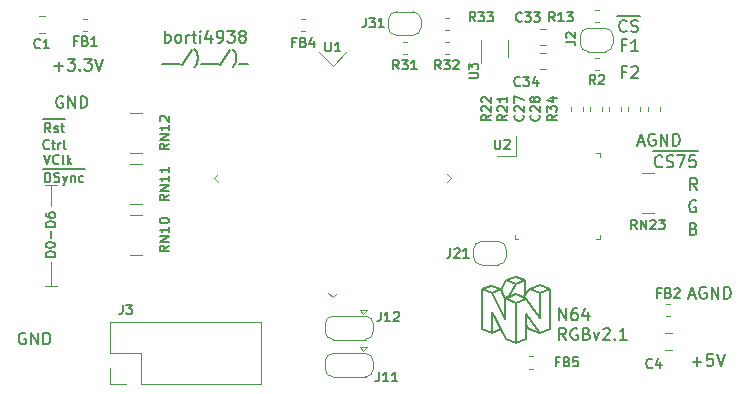
<source format=gbr>
G04 #@! TF.GenerationSoftware,KiCad,Pcbnew,(5.1.5)-3*
G04 #@! TF.CreationDate,2020-08-09T17:15:23+02:00*
G04 #@! TF.ProjectId,n64rgbv2.1,6e363472-6762-4763-922e-312e6b696361,rev?*
G04 #@! TF.SameCoordinates,Original*
G04 #@! TF.FileFunction,Legend,Top*
G04 #@! TF.FilePolarity,Positive*
%FSLAX46Y46*%
G04 Gerber Fmt 4.6, Leading zero omitted, Abs format (unit mm)*
G04 Created by KiCad (PCBNEW (5.1.5)-3) date 2020-08-09 17:15:23*
%MOMM*%
%LPD*%
G04 APERTURE LIST*
%ADD10C,0.150000*%
%ADD11C,0.200000*%
%ADD12C,0.120000*%
G04 APERTURE END LIST*
D10*
X159898395Y-114943380D02*
X159898395Y-113943380D01*
X160469823Y-114943380D01*
X160469823Y-113943380D01*
X161374585Y-113943380D02*
X161184109Y-113943380D01*
X161088871Y-113991000D01*
X161041252Y-114038619D01*
X160946014Y-114181476D01*
X160898395Y-114371952D01*
X160898395Y-114752904D01*
X160946014Y-114848142D01*
X160993633Y-114895761D01*
X161088871Y-114943380D01*
X161279347Y-114943380D01*
X161374585Y-114895761D01*
X161422204Y-114848142D01*
X161469823Y-114752904D01*
X161469823Y-114514809D01*
X161422204Y-114419571D01*
X161374585Y-114371952D01*
X161279347Y-114324333D01*
X161088871Y-114324333D01*
X160993633Y-114371952D01*
X160946014Y-114419571D01*
X160898395Y-114514809D01*
X162326966Y-114276714D02*
X162326966Y-114943380D01*
X162088871Y-113895761D02*
X161850776Y-114610047D01*
X162469823Y-114610047D01*
X160469823Y-116593380D02*
X160136490Y-116117190D01*
X159898395Y-116593380D02*
X159898395Y-115593380D01*
X160279347Y-115593380D01*
X160374585Y-115641000D01*
X160422204Y-115688619D01*
X160469823Y-115783857D01*
X160469823Y-115926714D01*
X160422204Y-116021952D01*
X160374585Y-116069571D01*
X160279347Y-116117190D01*
X159898395Y-116117190D01*
X161422204Y-115641000D02*
X161326966Y-115593380D01*
X161184109Y-115593380D01*
X161041252Y-115641000D01*
X160946014Y-115736238D01*
X160898395Y-115831476D01*
X160850776Y-116021952D01*
X160850776Y-116164809D01*
X160898395Y-116355285D01*
X160946014Y-116450523D01*
X161041252Y-116545761D01*
X161184109Y-116593380D01*
X161279347Y-116593380D01*
X161422204Y-116545761D01*
X161469823Y-116498142D01*
X161469823Y-116164809D01*
X161279347Y-116164809D01*
X162231728Y-116069571D02*
X162374585Y-116117190D01*
X162422204Y-116164809D01*
X162469823Y-116260047D01*
X162469823Y-116402904D01*
X162422204Y-116498142D01*
X162374585Y-116545761D01*
X162279347Y-116593380D01*
X161898395Y-116593380D01*
X161898395Y-115593380D01*
X162231728Y-115593380D01*
X162326966Y-115641000D01*
X162374585Y-115688619D01*
X162422204Y-115783857D01*
X162422204Y-115879095D01*
X162374585Y-115974333D01*
X162326966Y-116021952D01*
X162231728Y-116069571D01*
X161898395Y-116069571D01*
X162803157Y-115926714D02*
X163041252Y-116593380D01*
X163279347Y-115926714D01*
X163612680Y-115688619D02*
X163660300Y-115641000D01*
X163755538Y-115593380D01*
X163993633Y-115593380D01*
X164088871Y-115641000D01*
X164136490Y-115688619D01*
X164184109Y-115783857D01*
X164184109Y-115879095D01*
X164136490Y-116021952D01*
X163565061Y-116593380D01*
X164184109Y-116593380D01*
X164612680Y-116498142D02*
X164660300Y-116545761D01*
X164612680Y-116593380D01*
X164565061Y-116545761D01*
X164612680Y-116498142D01*
X164612680Y-116593380D01*
X165612680Y-116593380D02*
X165041252Y-116593380D01*
X165326966Y-116593380D02*
X165326966Y-115593380D01*
X165231728Y-115736238D01*
X165136490Y-115831476D01*
X165041252Y-115879095D01*
D11*
X156241100Y-113459070D02*
X155346400Y-113094490D01*
X156241100Y-116845460D02*
X155403920Y-116501167D01*
X153371250Y-112284210D02*
X154215280Y-112628500D01*
X153371250Y-115667130D02*
X153371250Y-112284210D01*
X157081800Y-115309220D02*
X157358780Y-115677270D01*
X158253470Y-112635170D02*
X159107640Y-112284210D01*
X154215280Y-112628500D02*
X155346400Y-114826420D01*
X154178220Y-115997967D02*
X153371250Y-115667130D01*
X154178220Y-114272710D02*
X154178220Y-115997967D01*
X156241100Y-113459070D02*
X156241100Y-116845460D01*
X155346400Y-113094490D02*
X156241100Y-113459070D01*
X156241100Y-113459070D02*
X156241100Y-113459070D01*
X156241100Y-116845460D02*
X156241100Y-113459070D01*
X157081800Y-116497695D02*
X156241100Y-116845460D01*
X158253470Y-114718400D02*
X158253470Y-112635170D01*
X158297360Y-116001439D02*
X158297360Y-116001439D01*
X155346400Y-113094490D02*
X155346400Y-113094490D01*
X156241100Y-113459070D02*
X157112250Y-113101150D01*
X157112250Y-113101150D02*
X156241100Y-113459070D01*
X159107640Y-115667130D02*
X158297360Y-116001439D01*
X157112250Y-113101150D02*
X158253470Y-114718400D01*
X159107640Y-112284210D02*
X159107640Y-115667130D01*
X154951390Y-115680580D02*
X154951390Y-115680580D01*
X158297360Y-116001439D02*
X157081800Y-114431390D01*
X154178220Y-115997967D02*
X154951390Y-115680580D01*
X154951390Y-115680580D02*
X154178220Y-114272710D01*
X154178220Y-114272710D02*
X154178220Y-115997967D01*
X157081800Y-114431390D02*
X157081800Y-115309220D01*
X155346400Y-114826420D02*
X155346400Y-113094490D01*
X155403920Y-116501167D02*
X154178220Y-114272710D01*
X157081800Y-114431390D02*
X157081800Y-116497695D01*
X157358780Y-115677270D02*
X158297360Y-116001439D01*
X158297360Y-116001439D02*
X157081800Y-114431390D01*
X156831920Y-112986310D02*
X156990720Y-112820880D01*
X157463320Y-112334770D02*
X157463320Y-112334770D01*
X159107640Y-112284210D02*
X158253470Y-112635170D01*
X158297360Y-111990320D02*
X159107640Y-112284210D01*
X157463320Y-112334770D02*
X158297360Y-111990320D01*
X156230960Y-112739880D02*
X156831920Y-112986310D01*
X155552350Y-113013380D02*
X156230960Y-112739880D01*
X158253470Y-112635170D02*
X157463320Y-112334770D01*
X156990720Y-112820880D02*
X156990720Y-111548100D01*
X154147780Y-112030900D02*
X154951390Y-112331400D01*
X156831920Y-112986310D02*
X156831920Y-112986310D01*
X158253470Y-114718400D02*
X158253470Y-112635170D01*
X156990720Y-111548100D02*
X156230960Y-111848500D01*
X156230960Y-111848500D02*
X156230960Y-111848500D01*
X156200570Y-111277970D02*
X156990720Y-111548100D01*
X155420680Y-111551400D02*
X156200570Y-111277970D01*
X156990720Y-111548100D02*
X156230960Y-111848500D01*
X156230960Y-112739880D02*
X157112250Y-113101150D01*
X155346400Y-113094490D02*
X156230960Y-112739880D01*
X154215280Y-112628500D02*
X154215280Y-112628500D01*
X154951390Y-112331400D02*
X154215280Y-112628500D01*
X154215280Y-112628500D02*
X153371250Y-112284210D01*
X153371250Y-112284210D02*
X154147780Y-112030900D01*
X156230960Y-111848500D02*
X155420680Y-111551400D01*
X158253470Y-112635170D02*
X157463320Y-112334770D01*
X156230960Y-111848500D02*
X155552350Y-113013380D01*
X156831920Y-112986310D02*
X156831920Y-112986310D01*
X157463320Y-112334770D02*
X156831920Y-112986310D01*
X155346400Y-113131600D02*
X155346400Y-113131600D01*
X156230960Y-111848500D02*
X155552350Y-113013380D01*
X155420680Y-111551400D02*
X156230960Y-111848500D01*
X157112250Y-113101150D02*
X158253470Y-114718400D01*
X155552350Y-113013380D02*
X155346400Y-113094490D01*
X156831920Y-112986310D02*
X157112250Y-113101150D01*
X155346400Y-113094490D02*
X155346400Y-113131600D01*
X154971680Y-112371820D02*
X155420680Y-111551400D01*
X155346400Y-113131600D02*
X154971680Y-112371820D01*
X154951390Y-112331400D02*
X155346400Y-113131600D01*
X158253470Y-112635170D02*
X158253470Y-114718400D01*
X155346400Y-114826420D02*
X154215280Y-112628500D01*
X158253470Y-114718400D02*
X158253470Y-112635170D01*
X154215280Y-112628500D02*
X154951390Y-112331400D01*
X155346400Y-113094490D02*
X155346400Y-113094490D01*
X155346400Y-114826420D02*
X155346400Y-114826420D01*
X158253470Y-112635170D02*
X158253470Y-112635170D01*
X157112250Y-113101150D02*
X158253470Y-114718400D01*
X158253470Y-114718400D02*
X157112250Y-113101150D01*
X155346400Y-113131600D02*
X155346400Y-114826420D01*
D10*
X164784209Y-89153400D02*
X165784209Y-89153400D01*
X165593733Y-90425542D02*
X165546114Y-90473161D01*
X165403257Y-90520780D01*
X165308019Y-90520780D01*
X165165161Y-90473161D01*
X165069923Y-90377923D01*
X165022304Y-90282685D01*
X164974685Y-90092209D01*
X164974685Y-89949352D01*
X165022304Y-89758876D01*
X165069923Y-89663638D01*
X165165161Y-89568400D01*
X165308019Y-89520780D01*
X165403257Y-89520780D01*
X165546114Y-89568400D01*
X165593733Y-89616019D01*
X165784209Y-89153400D02*
X166736590Y-89153400D01*
X165974685Y-90473161D02*
X166117542Y-90520780D01*
X166355638Y-90520780D01*
X166450876Y-90473161D01*
X166498495Y-90425542D01*
X166546114Y-90330304D01*
X166546114Y-90235066D01*
X166498495Y-90139828D01*
X166450876Y-90092209D01*
X166355638Y-90044590D01*
X166165161Y-89996971D01*
X166069923Y-89949352D01*
X166022304Y-89901733D01*
X165974685Y-89806495D01*
X165974685Y-89711257D01*
X166022304Y-89616019D01*
X166069923Y-89568400D01*
X166165161Y-89520780D01*
X166403257Y-89520780D01*
X166546114Y-89568400D01*
X165528666Y-93908571D02*
X165195333Y-93908571D01*
X165195333Y-94432380D02*
X165195333Y-93432380D01*
X165671523Y-93432380D01*
X166004857Y-93527619D02*
X166052476Y-93480000D01*
X166147714Y-93432380D01*
X166385809Y-93432380D01*
X166481047Y-93480000D01*
X166528666Y-93527619D01*
X166576285Y-93622857D01*
X166576285Y-93718095D01*
X166528666Y-93860952D01*
X165957238Y-94432380D01*
X166576285Y-94432380D01*
X165528666Y-91622571D02*
X165195333Y-91622571D01*
X165195333Y-92146380D02*
X165195333Y-91146380D01*
X165671523Y-91146380D01*
X166576285Y-92146380D02*
X166004857Y-92146380D01*
X166290571Y-92146380D02*
X166290571Y-91146380D01*
X166195333Y-91289238D01*
X166100095Y-91384476D01*
X166004857Y-91432095D01*
X166576595Y-99861666D02*
X167052785Y-99861666D01*
X166481357Y-100147380D02*
X166814690Y-99147380D01*
X167148023Y-100147380D01*
X168005166Y-99195000D02*
X167909928Y-99147380D01*
X167767071Y-99147380D01*
X167624214Y-99195000D01*
X167528976Y-99290238D01*
X167481357Y-99385476D01*
X167433738Y-99575952D01*
X167433738Y-99718809D01*
X167481357Y-99909285D01*
X167528976Y-100004523D01*
X167624214Y-100099761D01*
X167767071Y-100147380D01*
X167862309Y-100147380D01*
X168005166Y-100099761D01*
X168052785Y-100052142D01*
X168052785Y-99718809D01*
X167862309Y-99718809D01*
X168481357Y-100147380D02*
X168481357Y-99147380D01*
X169052785Y-100147380D01*
X169052785Y-99147380D01*
X169528976Y-100147380D02*
X169528976Y-99147380D01*
X169767071Y-99147380D01*
X169909928Y-99195000D01*
X170005166Y-99290238D01*
X170052785Y-99385476D01*
X170100404Y-99575952D01*
X170100404Y-99718809D01*
X170052785Y-99909285D01*
X170005166Y-100004523D01*
X169909928Y-100099761D01*
X169767071Y-100147380D01*
X169528976Y-100147380D01*
X167806928Y-100621500D02*
X168806928Y-100621500D01*
X168616452Y-101893642D02*
X168568833Y-101941261D01*
X168425976Y-101988880D01*
X168330738Y-101988880D01*
X168187880Y-101941261D01*
X168092642Y-101846023D01*
X168045023Y-101750785D01*
X167997404Y-101560309D01*
X167997404Y-101417452D01*
X168045023Y-101226976D01*
X168092642Y-101131738D01*
X168187880Y-101036500D01*
X168330738Y-100988880D01*
X168425976Y-100988880D01*
X168568833Y-101036500D01*
X168616452Y-101084119D01*
X168806928Y-100621500D02*
X169759309Y-100621500D01*
X168997404Y-101941261D02*
X169140261Y-101988880D01*
X169378357Y-101988880D01*
X169473595Y-101941261D01*
X169521214Y-101893642D01*
X169568833Y-101798404D01*
X169568833Y-101703166D01*
X169521214Y-101607928D01*
X169473595Y-101560309D01*
X169378357Y-101512690D01*
X169187880Y-101465071D01*
X169092642Y-101417452D01*
X169045023Y-101369833D01*
X168997404Y-101274595D01*
X168997404Y-101179357D01*
X169045023Y-101084119D01*
X169092642Y-101036500D01*
X169187880Y-100988880D01*
X169425976Y-100988880D01*
X169568833Y-101036500D01*
X169759309Y-100621500D02*
X170711690Y-100621500D01*
X169902166Y-100988880D02*
X170568833Y-100988880D01*
X170140261Y-101988880D01*
X170711690Y-100621500D02*
X171664071Y-100621500D01*
X171425976Y-100988880D02*
X170949785Y-100988880D01*
X170902166Y-101465071D01*
X170949785Y-101417452D01*
X171045023Y-101369833D01*
X171283119Y-101369833D01*
X171378357Y-101417452D01*
X171425976Y-101465071D01*
X171473595Y-101560309D01*
X171473595Y-101798404D01*
X171425976Y-101893642D01*
X171378357Y-101941261D01*
X171283119Y-101988880D01*
X171045023Y-101988880D01*
X170949785Y-101941261D01*
X170902166Y-101893642D01*
X171569023Y-103893880D02*
X171235690Y-103417690D01*
X170997595Y-103893880D02*
X170997595Y-102893880D01*
X171378547Y-102893880D01*
X171473785Y-102941500D01*
X171521404Y-102989119D01*
X171569023Y-103084357D01*
X171569023Y-103227214D01*
X171521404Y-103322452D01*
X171473785Y-103370071D01*
X171378547Y-103417690D01*
X170997595Y-103417690D01*
X171457904Y-104846500D02*
X171362666Y-104798880D01*
X171219809Y-104798880D01*
X171076952Y-104846500D01*
X170981714Y-104941738D01*
X170934095Y-105036976D01*
X170886476Y-105227452D01*
X170886476Y-105370309D01*
X170934095Y-105560785D01*
X170981714Y-105656023D01*
X171076952Y-105751261D01*
X171219809Y-105798880D01*
X171315047Y-105798880D01*
X171457904Y-105751261D01*
X171505523Y-105703642D01*
X171505523Y-105370309D01*
X171315047Y-105370309D01*
X171267428Y-107180071D02*
X171410285Y-107227690D01*
X171457904Y-107275309D01*
X171505523Y-107370547D01*
X171505523Y-107513404D01*
X171457904Y-107608642D01*
X171410285Y-107656261D01*
X171315047Y-107703880D01*
X170934095Y-107703880D01*
X170934095Y-106703880D01*
X171267428Y-106703880D01*
X171362666Y-106751500D01*
X171410285Y-106799119D01*
X171457904Y-106894357D01*
X171457904Y-106989595D01*
X171410285Y-107084833D01*
X171362666Y-107132452D01*
X171267428Y-107180071D01*
X170934095Y-107180071D01*
X171180285Y-118435428D02*
X171942190Y-118435428D01*
X171561238Y-118816380D02*
X171561238Y-118054476D01*
X172894571Y-117816380D02*
X172418380Y-117816380D01*
X172370761Y-118292571D01*
X172418380Y-118244952D01*
X172513619Y-118197333D01*
X172751714Y-118197333D01*
X172846952Y-118244952D01*
X172894571Y-118292571D01*
X172942190Y-118387809D01*
X172942190Y-118625904D01*
X172894571Y-118721142D01*
X172846952Y-118768761D01*
X172751714Y-118816380D01*
X172513619Y-118816380D01*
X172418380Y-118768761D01*
X172370761Y-118721142D01*
X173227904Y-117816380D02*
X173561238Y-118816380D01*
X173894571Y-117816380D01*
X170894595Y-112815666D02*
X171370785Y-112815666D01*
X170799357Y-113101380D02*
X171132690Y-112101380D01*
X171466023Y-113101380D01*
X172323166Y-112149000D02*
X172227928Y-112101380D01*
X172085071Y-112101380D01*
X171942214Y-112149000D01*
X171846976Y-112244238D01*
X171799357Y-112339476D01*
X171751738Y-112529952D01*
X171751738Y-112672809D01*
X171799357Y-112863285D01*
X171846976Y-112958523D01*
X171942214Y-113053761D01*
X172085071Y-113101380D01*
X172180309Y-113101380D01*
X172323166Y-113053761D01*
X172370785Y-113006142D01*
X172370785Y-112672809D01*
X172180309Y-112672809D01*
X172799357Y-113101380D02*
X172799357Y-112101380D01*
X173370785Y-113101380D01*
X173370785Y-112101380D01*
X173846976Y-113101380D02*
X173846976Y-112101380D01*
X174085071Y-112101380D01*
X174227928Y-112149000D01*
X174323166Y-112244238D01*
X174370785Y-112339476D01*
X174418404Y-112529952D01*
X174418404Y-112672809D01*
X174370785Y-112863285D01*
X174323166Y-112958523D01*
X174227928Y-113053761D01*
X174085071Y-113101380D01*
X173846976Y-113101380D01*
D11*
X126516238Y-91423380D02*
X126516238Y-90423380D01*
X126516238Y-90804333D02*
X126611476Y-90756714D01*
X126801952Y-90756714D01*
X126897190Y-90804333D01*
X126944809Y-90851952D01*
X126992428Y-90947190D01*
X126992428Y-91232904D01*
X126944809Y-91328142D01*
X126897190Y-91375761D01*
X126801952Y-91423380D01*
X126611476Y-91423380D01*
X126516238Y-91375761D01*
X127563857Y-91423380D02*
X127468619Y-91375761D01*
X127421000Y-91328142D01*
X127373380Y-91232904D01*
X127373380Y-90947190D01*
X127421000Y-90851952D01*
X127468619Y-90804333D01*
X127563857Y-90756714D01*
X127706714Y-90756714D01*
X127801952Y-90804333D01*
X127849571Y-90851952D01*
X127897190Y-90947190D01*
X127897190Y-91232904D01*
X127849571Y-91328142D01*
X127801952Y-91375761D01*
X127706714Y-91423380D01*
X127563857Y-91423380D01*
X128325761Y-91423380D02*
X128325761Y-90756714D01*
X128325761Y-90947190D02*
X128373380Y-90851952D01*
X128421000Y-90804333D01*
X128516238Y-90756714D01*
X128611476Y-90756714D01*
X128801952Y-90756714D02*
X129182904Y-90756714D01*
X128944809Y-90423380D02*
X128944809Y-91280523D01*
X128992428Y-91375761D01*
X129087666Y-91423380D01*
X129182904Y-91423380D01*
X129516238Y-91423380D02*
X129516238Y-90756714D01*
X129516238Y-90423380D02*
X129468619Y-90471000D01*
X129516238Y-90518619D01*
X129563857Y-90471000D01*
X129516238Y-90423380D01*
X129516238Y-90518619D01*
X130421000Y-90756714D02*
X130421000Y-91423380D01*
X130182904Y-90375761D02*
X129944809Y-91090047D01*
X130563857Y-91090047D01*
X130992428Y-91423380D02*
X131182904Y-91423380D01*
X131278142Y-91375761D01*
X131325761Y-91328142D01*
X131421000Y-91185285D01*
X131468619Y-90994809D01*
X131468619Y-90613857D01*
X131421000Y-90518619D01*
X131373380Y-90471000D01*
X131278142Y-90423380D01*
X131087666Y-90423380D01*
X130992428Y-90471000D01*
X130944809Y-90518619D01*
X130897190Y-90613857D01*
X130897190Y-90851952D01*
X130944809Y-90947190D01*
X130992428Y-90994809D01*
X131087666Y-91042428D01*
X131278142Y-91042428D01*
X131373380Y-90994809D01*
X131421000Y-90947190D01*
X131468619Y-90851952D01*
X131801952Y-90423380D02*
X132421000Y-90423380D01*
X132087666Y-90804333D01*
X132230523Y-90804333D01*
X132325761Y-90851952D01*
X132373380Y-90899571D01*
X132421000Y-90994809D01*
X132421000Y-91232904D01*
X132373380Y-91328142D01*
X132325761Y-91375761D01*
X132230523Y-91423380D01*
X131944809Y-91423380D01*
X131849571Y-91375761D01*
X131801952Y-91328142D01*
X132992428Y-90851952D02*
X132897190Y-90804333D01*
X132849571Y-90756714D01*
X132801952Y-90661476D01*
X132801952Y-90613857D01*
X132849571Y-90518619D01*
X132897190Y-90471000D01*
X132992428Y-90423380D01*
X133182904Y-90423380D01*
X133278142Y-90471000D01*
X133325761Y-90518619D01*
X133373380Y-90613857D01*
X133373380Y-90661476D01*
X133325761Y-90756714D01*
X133278142Y-90804333D01*
X133182904Y-90851952D01*
X132992428Y-90851952D01*
X132897190Y-90899571D01*
X132849571Y-90947190D01*
X132801952Y-91042428D01*
X132801952Y-91232904D01*
X132849571Y-91328142D01*
X132897190Y-91375761D01*
X132992428Y-91423380D01*
X133182904Y-91423380D01*
X133278142Y-91375761D01*
X133325761Y-91328142D01*
X133373380Y-91232904D01*
X133373380Y-91042428D01*
X133325761Y-90947190D01*
X133278142Y-90899571D01*
X133182904Y-90851952D01*
X126301952Y-93218619D02*
X127063857Y-93218619D01*
X127063857Y-93218619D02*
X127825761Y-93218619D01*
X128778142Y-92075761D02*
X127921000Y-93361476D01*
X129016238Y-93504333D02*
X129063857Y-93456714D01*
X129159095Y-93313857D01*
X129206714Y-93218619D01*
X129254333Y-93075761D01*
X129301952Y-92837666D01*
X129301952Y-92647190D01*
X129254333Y-92409095D01*
X129206714Y-92266238D01*
X129159095Y-92171000D01*
X129063857Y-92028142D01*
X129016238Y-91980523D01*
X129540047Y-93218619D02*
X130301952Y-93218619D01*
X130301952Y-93218619D02*
X131063857Y-93218619D01*
X132016238Y-92075761D02*
X131159095Y-93361476D01*
X132254333Y-93504333D02*
X132301952Y-93456714D01*
X132397190Y-93313857D01*
X132444809Y-93218619D01*
X132492428Y-93075761D01*
X132540047Y-92837666D01*
X132540047Y-92647190D01*
X132492428Y-92409095D01*
X132444809Y-92266238D01*
X132397190Y-92171000D01*
X132301952Y-92028142D01*
X132254333Y-91980523D01*
X132778142Y-93218619D02*
X133540047Y-93218619D01*
D10*
X114706495Y-116035200D02*
X114611257Y-115987580D01*
X114468400Y-115987580D01*
X114325542Y-116035200D01*
X114230304Y-116130438D01*
X114182685Y-116225676D01*
X114135066Y-116416152D01*
X114135066Y-116559009D01*
X114182685Y-116749485D01*
X114230304Y-116844723D01*
X114325542Y-116939961D01*
X114468400Y-116987580D01*
X114563638Y-116987580D01*
X114706495Y-116939961D01*
X114754114Y-116892342D01*
X114754114Y-116559009D01*
X114563638Y-116559009D01*
X115182685Y-116987580D02*
X115182685Y-115987580D01*
X115754114Y-116987580D01*
X115754114Y-115987580D01*
X116230304Y-116987580D02*
X116230304Y-115987580D01*
X116468400Y-115987580D01*
X116611257Y-116035200D01*
X116706495Y-116130438D01*
X116754114Y-116225676D01*
X116801733Y-116416152D01*
X116801733Y-116559009D01*
X116754114Y-116749485D01*
X116706495Y-116844723D01*
X116611257Y-116939961D01*
X116468400Y-116987580D01*
X116230304Y-116987580D01*
D12*
X116332000Y-112014000D02*
X117348000Y-112014000D01*
X116840000Y-112014000D02*
X116332000Y-112014000D01*
X116840000Y-109982000D02*
X116840000Y-112014000D01*
X116840000Y-103505000D02*
X116840000Y-105283000D01*
X117348000Y-103505000D02*
X116840000Y-103505000D01*
X116332000Y-103505000D02*
X117348000Y-103505000D01*
D10*
X117201904Y-109562666D02*
X116401904Y-109562666D01*
X116401904Y-109372190D01*
X116440000Y-109257904D01*
X116516190Y-109181714D01*
X116592380Y-109143619D01*
X116744761Y-109105523D01*
X116859047Y-109105523D01*
X117011428Y-109143619D01*
X117087619Y-109181714D01*
X117163809Y-109257904D01*
X117201904Y-109372190D01*
X117201904Y-109562666D01*
X116401904Y-108610285D02*
X116401904Y-108534095D01*
X116440000Y-108457904D01*
X116478095Y-108419809D01*
X116554285Y-108381714D01*
X116706666Y-108343619D01*
X116897142Y-108343619D01*
X117049523Y-108381714D01*
X117125714Y-108419809D01*
X117163809Y-108457904D01*
X117201904Y-108534095D01*
X117201904Y-108610285D01*
X117163809Y-108686476D01*
X117125714Y-108724571D01*
X117049523Y-108762666D01*
X116897142Y-108800761D01*
X116706666Y-108800761D01*
X116554285Y-108762666D01*
X116478095Y-108724571D01*
X116440000Y-108686476D01*
X116401904Y-108610285D01*
X116897142Y-108000761D02*
X116897142Y-107391238D01*
X117201904Y-107010285D02*
X116401904Y-107010285D01*
X116401904Y-106819809D01*
X116440000Y-106705523D01*
X116516190Y-106629333D01*
X116592380Y-106591238D01*
X116744761Y-106553142D01*
X116859047Y-106553142D01*
X117011428Y-106591238D01*
X117087619Y-106629333D01*
X117163809Y-106705523D01*
X117201904Y-106819809D01*
X117201904Y-107010285D01*
X116401904Y-105867428D02*
X116401904Y-106019809D01*
X116440000Y-106096000D01*
X116478095Y-106134095D01*
X116592380Y-106210285D01*
X116744761Y-106248380D01*
X117049523Y-106248380D01*
X117125714Y-106210285D01*
X117163809Y-106172190D01*
X117201904Y-106096000D01*
X117201904Y-105943619D01*
X117163809Y-105867428D01*
X117125714Y-105829333D01*
X117049523Y-105791238D01*
X116859047Y-105791238D01*
X116782857Y-105829333D01*
X116744761Y-105867428D01*
X116706666Y-105943619D01*
X116706666Y-106096000D01*
X116744761Y-106172190D01*
X116782857Y-106210285D01*
X116859047Y-106248380D01*
X116175500Y-102099000D02*
X116975500Y-102099000D01*
X116365976Y-103231904D02*
X116365976Y-102431904D01*
X116556452Y-102431904D01*
X116670738Y-102470000D01*
X116746928Y-102546190D01*
X116785023Y-102622380D01*
X116823119Y-102774761D01*
X116823119Y-102889047D01*
X116785023Y-103041428D01*
X116746928Y-103117619D01*
X116670738Y-103193809D01*
X116556452Y-103231904D01*
X116365976Y-103231904D01*
X116975500Y-102099000D02*
X117737404Y-102099000D01*
X117127880Y-103193809D02*
X117242166Y-103231904D01*
X117432642Y-103231904D01*
X117508833Y-103193809D01*
X117546928Y-103155714D01*
X117585023Y-103079523D01*
X117585023Y-103003333D01*
X117546928Y-102927142D01*
X117508833Y-102889047D01*
X117432642Y-102850952D01*
X117280261Y-102812857D01*
X117204071Y-102774761D01*
X117165976Y-102736666D01*
X117127880Y-102660476D01*
X117127880Y-102584285D01*
X117165976Y-102508095D01*
X117204071Y-102470000D01*
X117280261Y-102431904D01*
X117470738Y-102431904D01*
X117585023Y-102470000D01*
X117737404Y-102099000D02*
X118346928Y-102099000D01*
X117851690Y-102698571D02*
X118042166Y-103231904D01*
X118232642Y-102698571D02*
X118042166Y-103231904D01*
X117965976Y-103422380D01*
X117927880Y-103460476D01*
X117851690Y-103498571D01*
X118346928Y-102099000D02*
X119070738Y-102099000D01*
X118537404Y-102698571D02*
X118537404Y-103231904D01*
X118537404Y-102774761D02*
X118575500Y-102736666D01*
X118651690Y-102698571D01*
X118765976Y-102698571D01*
X118842166Y-102736666D01*
X118880261Y-102812857D01*
X118880261Y-103231904D01*
X119070738Y-102099000D02*
X119756452Y-102099000D01*
X119604071Y-103193809D02*
X119527880Y-103231904D01*
X119375500Y-103231904D01*
X119299309Y-103193809D01*
X119261214Y-103155714D01*
X119223119Y-103079523D01*
X119223119Y-102850952D01*
X119261214Y-102774761D01*
X119299309Y-102736666D01*
X119375500Y-102698571D01*
X119527880Y-102698571D01*
X119604071Y-102736666D01*
X116251690Y-100907904D02*
X116518357Y-101707904D01*
X116785023Y-100907904D01*
X117508833Y-101631714D02*
X117470738Y-101669809D01*
X117356452Y-101707904D01*
X117280261Y-101707904D01*
X117165976Y-101669809D01*
X117089785Y-101593619D01*
X117051690Y-101517428D01*
X117013595Y-101365047D01*
X117013595Y-101250761D01*
X117051690Y-101098380D01*
X117089785Y-101022190D01*
X117165976Y-100946000D01*
X117280261Y-100907904D01*
X117356452Y-100907904D01*
X117470738Y-100946000D01*
X117508833Y-100984095D01*
X117965976Y-101707904D02*
X117889785Y-101669809D01*
X117851690Y-101593619D01*
X117851690Y-100907904D01*
X118270738Y-101707904D02*
X118270738Y-100907904D01*
X118346928Y-101403142D02*
X118575500Y-101707904D01*
X118575500Y-101174571D02*
X118270738Y-101479333D01*
X116696119Y-100361714D02*
X116658023Y-100399809D01*
X116543738Y-100437904D01*
X116467547Y-100437904D01*
X116353261Y-100399809D01*
X116277071Y-100323619D01*
X116238976Y-100247428D01*
X116200880Y-100095047D01*
X116200880Y-99980761D01*
X116238976Y-99828380D01*
X116277071Y-99752190D01*
X116353261Y-99676000D01*
X116467547Y-99637904D01*
X116543738Y-99637904D01*
X116658023Y-99676000D01*
X116696119Y-99714095D01*
X116924690Y-99904571D02*
X117229452Y-99904571D01*
X117038976Y-99637904D02*
X117038976Y-100323619D01*
X117077071Y-100399809D01*
X117153261Y-100437904D01*
X117229452Y-100437904D01*
X117496119Y-100437904D02*
X117496119Y-99904571D01*
X117496119Y-100056952D02*
X117534214Y-99980761D01*
X117572309Y-99942666D01*
X117648500Y-99904571D01*
X117724690Y-99904571D01*
X118105642Y-100437904D02*
X118029452Y-100399809D01*
X117991357Y-100323619D01*
X117991357Y-99637904D01*
X116175500Y-97908000D02*
X116975500Y-97908000D01*
X116823119Y-99040904D02*
X116556452Y-98659952D01*
X116365976Y-99040904D02*
X116365976Y-98240904D01*
X116670738Y-98240904D01*
X116746928Y-98279000D01*
X116785023Y-98317095D01*
X116823119Y-98393285D01*
X116823119Y-98507571D01*
X116785023Y-98583761D01*
X116746928Y-98621857D01*
X116670738Y-98659952D01*
X116365976Y-98659952D01*
X116975500Y-97908000D02*
X117623119Y-97908000D01*
X117127880Y-99002809D02*
X117204071Y-99040904D01*
X117356452Y-99040904D01*
X117432642Y-99002809D01*
X117470738Y-98926619D01*
X117470738Y-98888523D01*
X117432642Y-98812333D01*
X117356452Y-98774238D01*
X117242166Y-98774238D01*
X117165976Y-98736142D01*
X117127880Y-98659952D01*
X117127880Y-98621857D01*
X117165976Y-98545666D01*
X117242166Y-98507571D01*
X117356452Y-98507571D01*
X117432642Y-98545666D01*
X117623119Y-97908000D02*
X118080261Y-97908000D01*
X117699309Y-98507571D02*
X118004071Y-98507571D01*
X117813595Y-98240904D02*
X117813595Y-98926619D01*
X117851690Y-99002809D01*
X117927880Y-99040904D01*
X118004071Y-99040904D01*
X117856095Y-96020000D02*
X117760857Y-95972380D01*
X117618000Y-95972380D01*
X117475142Y-96020000D01*
X117379904Y-96115238D01*
X117332285Y-96210476D01*
X117284666Y-96400952D01*
X117284666Y-96543809D01*
X117332285Y-96734285D01*
X117379904Y-96829523D01*
X117475142Y-96924761D01*
X117618000Y-96972380D01*
X117713238Y-96972380D01*
X117856095Y-96924761D01*
X117903714Y-96877142D01*
X117903714Y-96543809D01*
X117713238Y-96543809D01*
X118332285Y-96972380D02*
X118332285Y-95972380D01*
X118903714Y-96972380D01*
X118903714Y-95972380D01*
X119379904Y-96972380D02*
X119379904Y-95972380D01*
X119618000Y-95972380D01*
X119760857Y-96020000D01*
X119856095Y-96115238D01*
X119903714Y-96210476D01*
X119951333Y-96400952D01*
X119951333Y-96543809D01*
X119903714Y-96734285D01*
X119856095Y-96829523D01*
X119760857Y-96924761D01*
X119618000Y-96972380D01*
X119379904Y-96972380D01*
X117126000Y-93416428D02*
X117887904Y-93416428D01*
X117506952Y-93797380D02*
X117506952Y-93035476D01*
X118268857Y-92797380D02*
X118887904Y-92797380D01*
X118554571Y-93178333D01*
X118697428Y-93178333D01*
X118792666Y-93225952D01*
X118840285Y-93273571D01*
X118887904Y-93368809D01*
X118887904Y-93606904D01*
X118840285Y-93702142D01*
X118792666Y-93749761D01*
X118697428Y-93797380D01*
X118411714Y-93797380D01*
X118316476Y-93749761D01*
X118268857Y-93702142D01*
X119316476Y-93702142D02*
X119364095Y-93749761D01*
X119316476Y-93797380D01*
X119268857Y-93749761D01*
X119316476Y-93702142D01*
X119316476Y-93797380D01*
X119697428Y-92797380D02*
X120316476Y-92797380D01*
X119983142Y-93178333D01*
X120126000Y-93178333D01*
X120221238Y-93225952D01*
X120268857Y-93273571D01*
X120316476Y-93368809D01*
X120316476Y-93606904D01*
X120268857Y-93702142D01*
X120221238Y-93749761D01*
X120126000Y-93797380D01*
X119840285Y-93797380D01*
X119745047Y-93749761D01*
X119697428Y-93702142D01*
X120602190Y-92797380D02*
X120935523Y-93797380D01*
X121268857Y-92797380D01*
D12*
X160907000Y-96856733D02*
X160907000Y-97199267D01*
X161927000Y-96856733D02*
X161927000Y-97199267D01*
X168404000Y-97199267D02*
X168404000Y-96856733D01*
X167384000Y-97199267D02*
X167384000Y-96856733D01*
X150196733Y-90367580D02*
X150539267Y-90367580D01*
X150196733Y-89347580D02*
X150539267Y-89347580D01*
X150196733Y-92374180D02*
X150539267Y-92374180D01*
X150196733Y-91354180D02*
X150539267Y-91354180D01*
X146640733Y-92374180D02*
X146983267Y-92374180D01*
X146640733Y-91354180D02*
X146983267Y-91354180D01*
X163514500Y-97199267D02*
X163514500Y-96856733D01*
X162494500Y-97199267D02*
X162494500Y-96856733D01*
X163239267Y-88687180D02*
X162896733Y-88687180D01*
X163239267Y-89707180D02*
X162896733Y-89707180D01*
X163239267Y-92713080D02*
X162896733Y-92713080D01*
X163239267Y-93733080D02*
X162896733Y-93733080D01*
X157651267Y-119026400D02*
X157308733Y-119026400D01*
X157651267Y-118006400D02*
X157308733Y-118006400D01*
X138398067Y-90476800D02*
X138055533Y-90476800D01*
X138398067Y-89456800D02*
X138055533Y-89456800D01*
X168967333Y-113576640D02*
X169309867Y-113576640D01*
X168967333Y-114596640D02*
X169309867Y-114596640D01*
X119932267Y-90426000D02*
X119589733Y-90426000D01*
X119932267Y-89406000D02*
X119589733Y-89406000D01*
X156266668Y-101016731D02*
X154668668Y-101016731D01*
X156266668Y-101016731D02*
X156266668Y-99365731D01*
X163350600Y-100819560D02*
X163350600Y-101127560D01*
X163042600Y-100819560D02*
X163350600Y-100819560D01*
X156130600Y-108039560D02*
X156130600Y-107731560D01*
X156438600Y-108039560D02*
X156130600Y-108039560D01*
X163350600Y-108039560D02*
X163350600Y-107731560D01*
X163042600Y-108039560D02*
X163350600Y-108039560D01*
X158234748Y-93704480D02*
X158757252Y-93704480D01*
X158234748Y-92284480D02*
X158757252Y-92284480D01*
X158234748Y-91672480D02*
X158757252Y-91672480D01*
X158234748Y-90252480D02*
X158757252Y-90252480D01*
X165733000Y-96856733D02*
X165733000Y-97199267D01*
X166753000Y-96856733D02*
X166753000Y-97199267D01*
X164145500Y-96856733D02*
X164145500Y-97199267D01*
X165165500Y-96856733D02*
X165165500Y-97199267D01*
X169412312Y-116023320D02*
X168889808Y-116023320D01*
X169412312Y-117443320D02*
X168889808Y-117443320D01*
X116339252Y-89206000D02*
X115816748Y-89206000D01*
X116339252Y-90626000D02*
X115816748Y-90626000D01*
X140716000Y-93381409D02*
X139548567Y-92213975D01*
X140716000Y-112955538D02*
X141073796Y-112597742D01*
X140358204Y-112597742D02*
X140716000Y-112955538D01*
X130660942Y-102900480D02*
X131017323Y-102541270D01*
X131017323Y-103259690D02*
X130660942Y-102900480D01*
X150771058Y-102900480D02*
X150413262Y-103258276D01*
X150413262Y-102542684D02*
X150771058Y-102900480D01*
X141883433Y-92213975D02*
X140716000Y-93381409D01*
X146112000Y-88819480D02*
X147512000Y-88819480D01*
X148212000Y-89519480D02*
X148212000Y-90119480D01*
X147512000Y-90819480D02*
X146112000Y-90819480D01*
X145412000Y-90119480D02*
X145412000Y-89519480D01*
X145412000Y-89519480D02*
G75*
G02X146112000Y-88819480I700000J0D01*
G01*
X146112000Y-90819480D02*
G75*
G02X145412000Y-90119480I0J700000D01*
G01*
X148212000Y-90119480D02*
G75*
G02X147512000Y-90819480I-700000J0D01*
G01*
X147512000Y-88819480D02*
G75*
G02X148212000Y-89519480I0J-700000D01*
G01*
X155592000Y-92648000D02*
X155592000Y-91248000D01*
X153272000Y-91248000D02*
X153272000Y-93148000D01*
X167886000Y-102460000D02*
X166886000Y-102460000D01*
X167886000Y-105820000D02*
X166886000Y-105820000D01*
X153325600Y-108255560D02*
X154725600Y-108255560D01*
X155425600Y-108955560D02*
X155425600Y-109555560D01*
X154725600Y-110255560D02*
X153325600Y-110255560D01*
X152625600Y-109555560D02*
X152625600Y-108955560D01*
X152625600Y-108955560D02*
G75*
G02X153325600Y-108255560I700000J0D01*
G01*
X153325600Y-110255560D02*
G75*
G02X152625600Y-109555560I0J700000D01*
G01*
X155425600Y-109555560D02*
G75*
G02X154725600Y-110255560I-700000J0D01*
G01*
X154725600Y-108255560D02*
G75*
G02X155425600Y-108955560I0J-700000D01*
G01*
X144163000Y-115870000D02*
G75*
G02X143463000Y-116570000I-700000J0D01*
G01*
X143463000Y-114570000D02*
G75*
G02X144163000Y-115270000I0J-700000D01*
G01*
X140063000Y-115270000D02*
G75*
G02X140763000Y-114570000I700000J0D01*
G01*
X140763000Y-116570000D02*
G75*
G02X140063000Y-115870000I0J700000D01*
G01*
X143513000Y-116570000D02*
X140713000Y-116570000D01*
X140063000Y-115870000D02*
X140063000Y-115270000D01*
X140713000Y-114570000D02*
X143513000Y-114570000D01*
X144163000Y-115270000D02*
X144163000Y-115870000D01*
X143313000Y-114370000D02*
X143613000Y-114070000D01*
X143613000Y-114070000D02*
X143013000Y-114070000D01*
X143313000Y-114370000D02*
X143013000Y-114070000D01*
X144163000Y-119045000D02*
G75*
G02X143463000Y-119745000I-700000J0D01*
G01*
X143463000Y-117745000D02*
G75*
G02X144163000Y-118445000I0J-700000D01*
G01*
X140063000Y-118445000D02*
G75*
G02X140763000Y-117745000I700000J0D01*
G01*
X140763000Y-119745000D02*
G75*
G02X140063000Y-119045000I0J700000D01*
G01*
X143513000Y-119745000D02*
X140713000Y-119745000D01*
X140063000Y-119045000D02*
X140063000Y-118445000D01*
X140713000Y-117745000D02*
X143513000Y-117745000D01*
X144163000Y-118445000D02*
X144163000Y-119045000D01*
X143313000Y-117545000D02*
X143613000Y-117245000D01*
X143613000Y-117245000D02*
X143013000Y-117245000D01*
X143313000Y-117545000D02*
X143013000Y-117245000D01*
X121860000Y-120329000D02*
X121860000Y-118999000D01*
X123190000Y-120329000D02*
X121860000Y-120329000D01*
X121860000Y-117729000D02*
X121860000Y-115129000D01*
X124460000Y-117729000D02*
X121860000Y-117729000D01*
X124460000Y-120329000D02*
X124460000Y-117729000D01*
X121860000Y-115129000D02*
X134680000Y-115129000D01*
X124460000Y-120329000D02*
X134680000Y-120329000D01*
X134680000Y-120329000D02*
X134680000Y-115129000D01*
X162368000Y-90203780D02*
X163768000Y-90203780D01*
X164468000Y-90903780D02*
X164468000Y-91503780D01*
X163768000Y-92203780D02*
X162368000Y-92203780D01*
X161668000Y-91503780D02*
X161668000Y-90903780D01*
X161668000Y-90903780D02*
G75*
G02X162368000Y-90203780I700000J0D01*
G01*
X162368000Y-92203780D02*
G75*
G02X161668000Y-91503780I0J700000D01*
G01*
X164468000Y-91503780D02*
G75*
G02X163768000Y-92203780I-700000J0D01*
G01*
X163768000Y-90203780D02*
G75*
G02X164468000Y-90903780I0J-700000D01*
G01*
X124568000Y-97410480D02*
X123568000Y-97410480D01*
X124568000Y-100770480D02*
X123568000Y-100770480D01*
X124568000Y-101728480D02*
X123568000Y-101728480D01*
X124568000Y-105088480D02*
X123568000Y-105088480D01*
X124568000Y-106046480D02*
X123568000Y-106046480D01*
X124568000Y-109406480D02*
X123568000Y-109406480D01*
D10*
X154108104Y-97542285D02*
X153727152Y-97808952D01*
X154108104Y-97999428D02*
X153308104Y-97999428D01*
X153308104Y-97694666D01*
X153346200Y-97618476D01*
X153384295Y-97580380D01*
X153460485Y-97542285D01*
X153574771Y-97542285D01*
X153650961Y-97580380D01*
X153689057Y-97618476D01*
X153727152Y-97694666D01*
X153727152Y-97999428D01*
X153384295Y-97237523D02*
X153346200Y-97199428D01*
X153308104Y-97123238D01*
X153308104Y-96932761D01*
X153346200Y-96856571D01*
X153384295Y-96818476D01*
X153460485Y-96780380D01*
X153536676Y-96780380D01*
X153650961Y-96818476D01*
X154108104Y-97275619D01*
X154108104Y-96780380D01*
X153384295Y-96475619D02*
X153346200Y-96437523D01*
X153308104Y-96361333D01*
X153308104Y-96170857D01*
X153346200Y-96094666D01*
X153384295Y-96056571D01*
X153460485Y-96018476D01*
X153536676Y-96018476D01*
X153650961Y-96056571D01*
X154108104Y-96513714D01*
X154108104Y-96018476D01*
X159670704Y-97542285D02*
X159289752Y-97808952D01*
X159670704Y-97999428D02*
X158870704Y-97999428D01*
X158870704Y-97694666D01*
X158908800Y-97618476D01*
X158946895Y-97580380D01*
X159023085Y-97542285D01*
X159137371Y-97542285D01*
X159213561Y-97580380D01*
X159251657Y-97618476D01*
X159289752Y-97694666D01*
X159289752Y-97999428D01*
X158870704Y-97275619D02*
X158870704Y-96780380D01*
X159175466Y-97047047D01*
X159175466Y-96932761D01*
X159213561Y-96856571D01*
X159251657Y-96818476D01*
X159327847Y-96780380D01*
X159518323Y-96780380D01*
X159594514Y-96818476D01*
X159632609Y-96856571D01*
X159670704Y-96932761D01*
X159670704Y-97161333D01*
X159632609Y-97237523D01*
X159594514Y-97275619D01*
X159137371Y-96094666D02*
X159670704Y-96094666D01*
X158832609Y-96285142D02*
X159404038Y-96475619D01*
X159404038Y-95980380D01*
X152774714Y-89642904D02*
X152508047Y-89261952D01*
X152317571Y-89642904D02*
X152317571Y-88842904D01*
X152622333Y-88842904D01*
X152698523Y-88881000D01*
X152736619Y-88919095D01*
X152774714Y-88995285D01*
X152774714Y-89109571D01*
X152736619Y-89185761D01*
X152698523Y-89223857D01*
X152622333Y-89261952D01*
X152317571Y-89261952D01*
X153041380Y-88842904D02*
X153536619Y-88842904D01*
X153269952Y-89147666D01*
X153384238Y-89147666D01*
X153460428Y-89185761D01*
X153498523Y-89223857D01*
X153536619Y-89300047D01*
X153536619Y-89490523D01*
X153498523Y-89566714D01*
X153460428Y-89604809D01*
X153384238Y-89642904D01*
X153155666Y-89642904D01*
X153079476Y-89604809D01*
X153041380Y-89566714D01*
X153803285Y-88842904D02*
X154298523Y-88842904D01*
X154031857Y-89147666D01*
X154146142Y-89147666D01*
X154222333Y-89185761D01*
X154260428Y-89223857D01*
X154298523Y-89300047D01*
X154298523Y-89490523D01*
X154260428Y-89566714D01*
X154222333Y-89604809D01*
X154146142Y-89642904D01*
X153917571Y-89642904D01*
X153841380Y-89604809D01*
X153803285Y-89566714D01*
X149853714Y-93706904D02*
X149587047Y-93325952D01*
X149396571Y-93706904D02*
X149396571Y-92906904D01*
X149701333Y-92906904D01*
X149777523Y-92945000D01*
X149815619Y-92983095D01*
X149853714Y-93059285D01*
X149853714Y-93173571D01*
X149815619Y-93249761D01*
X149777523Y-93287857D01*
X149701333Y-93325952D01*
X149396571Y-93325952D01*
X150120380Y-92906904D02*
X150615619Y-92906904D01*
X150348952Y-93211666D01*
X150463238Y-93211666D01*
X150539428Y-93249761D01*
X150577523Y-93287857D01*
X150615619Y-93364047D01*
X150615619Y-93554523D01*
X150577523Y-93630714D01*
X150539428Y-93668809D01*
X150463238Y-93706904D01*
X150234666Y-93706904D01*
X150158476Y-93668809D01*
X150120380Y-93630714D01*
X150920380Y-92983095D02*
X150958476Y-92945000D01*
X151034666Y-92906904D01*
X151225142Y-92906904D01*
X151301333Y-92945000D01*
X151339428Y-92983095D01*
X151377523Y-93059285D01*
X151377523Y-93135476D01*
X151339428Y-93249761D01*
X150882285Y-93706904D01*
X151377523Y-93706904D01*
X146297714Y-93706904D02*
X146031047Y-93325952D01*
X145840571Y-93706904D02*
X145840571Y-92906904D01*
X146145333Y-92906904D01*
X146221523Y-92945000D01*
X146259619Y-92983095D01*
X146297714Y-93059285D01*
X146297714Y-93173571D01*
X146259619Y-93249761D01*
X146221523Y-93287857D01*
X146145333Y-93325952D01*
X145840571Y-93325952D01*
X146564380Y-92906904D02*
X147059619Y-92906904D01*
X146792952Y-93211666D01*
X146907238Y-93211666D01*
X146983428Y-93249761D01*
X147021523Y-93287857D01*
X147059619Y-93364047D01*
X147059619Y-93554523D01*
X147021523Y-93630714D01*
X146983428Y-93668809D01*
X146907238Y-93706904D01*
X146678666Y-93706904D01*
X146602476Y-93668809D01*
X146564380Y-93630714D01*
X147821523Y-93706904D02*
X147364380Y-93706904D01*
X147592952Y-93706904D02*
X147592952Y-92906904D01*
X147516761Y-93021190D01*
X147440571Y-93097380D01*
X147364380Y-93135476D01*
X155467004Y-97542285D02*
X155086052Y-97808952D01*
X155467004Y-97999428D02*
X154667004Y-97999428D01*
X154667004Y-97694666D01*
X154705100Y-97618476D01*
X154743195Y-97580380D01*
X154819385Y-97542285D01*
X154933671Y-97542285D01*
X155009861Y-97580380D01*
X155047957Y-97618476D01*
X155086052Y-97694666D01*
X155086052Y-97999428D01*
X154743195Y-97237523D02*
X154705100Y-97199428D01*
X154667004Y-97123238D01*
X154667004Y-96932761D01*
X154705100Y-96856571D01*
X154743195Y-96818476D01*
X154819385Y-96780380D01*
X154895576Y-96780380D01*
X155009861Y-96818476D01*
X155467004Y-97275619D01*
X155467004Y-96780380D01*
X155467004Y-96018476D02*
X155467004Y-96475619D01*
X155467004Y-96247047D02*
X154667004Y-96247047D01*
X154781290Y-96323238D01*
X154857480Y-96399428D01*
X154895576Y-96475619D01*
X159505714Y-89642904D02*
X159239047Y-89261952D01*
X159048571Y-89642904D02*
X159048571Y-88842904D01*
X159353333Y-88842904D01*
X159429523Y-88881000D01*
X159467619Y-88919095D01*
X159505714Y-88995285D01*
X159505714Y-89109571D01*
X159467619Y-89185761D01*
X159429523Y-89223857D01*
X159353333Y-89261952D01*
X159048571Y-89261952D01*
X160267619Y-89642904D02*
X159810476Y-89642904D01*
X160039047Y-89642904D02*
X160039047Y-88842904D01*
X159962857Y-88957190D01*
X159886666Y-89033380D01*
X159810476Y-89071476D01*
X160534285Y-88842904D02*
X161029523Y-88842904D01*
X160762857Y-89147666D01*
X160877142Y-89147666D01*
X160953333Y-89185761D01*
X160991428Y-89223857D01*
X161029523Y-89300047D01*
X161029523Y-89490523D01*
X160991428Y-89566714D01*
X160953333Y-89604809D01*
X160877142Y-89642904D01*
X160648571Y-89642904D01*
X160572380Y-89604809D01*
X160534285Y-89566714D01*
X162934666Y-94976904D02*
X162668000Y-94595952D01*
X162477523Y-94976904D02*
X162477523Y-94176904D01*
X162782285Y-94176904D01*
X162858476Y-94215000D01*
X162896571Y-94253095D01*
X162934666Y-94329285D01*
X162934666Y-94443571D01*
X162896571Y-94519761D01*
X162858476Y-94557857D01*
X162782285Y-94595952D01*
X162477523Y-94595952D01*
X163239428Y-94253095D02*
X163277523Y-94215000D01*
X163353714Y-94176904D01*
X163544190Y-94176904D01*
X163620380Y-94215000D01*
X163658476Y-94253095D01*
X163696571Y-94329285D01*
X163696571Y-94405476D01*
X163658476Y-94519761D01*
X163201333Y-94976904D01*
X163696571Y-94976904D01*
X159861333Y-118433857D02*
X159594666Y-118433857D01*
X159594666Y-118852904D02*
X159594666Y-118052904D01*
X159975619Y-118052904D01*
X160547047Y-118433857D02*
X160661333Y-118471952D01*
X160699428Y-118510047D01*
X160737523Y-118586238D01*
X160737523Y-118700523D01*
X160699428Y-118776714D01*
X160661333Y-118814809D01*
X160585142Y-118852904D01*
X160280380Y-118852904D01*
X160280380Y-118052904D01*
X160547047Y-118052904D01*
X160623238Y-118091000D01*
X160661333Y-118129095D01*
X160699428Y-118205285D01*
X160699428Y-118281476D01*
X160661333Y-118357666D01*
X160623238Y-118395761D01*
X160547047Y-118433857D01*
X160280380Y-118433857D01*
X161461333Y-118052904D02*
X161080380Y-118052904D01*
X161042285Y-118433857D01*
X161080380Y-118395761D01*
X161156571Y-118357666D01*
X161347047Y-118357666D01*
X161423238Y-118395761D01*
X161461333Y-118433857D01*
X161499428Y-118510047D01*
X161499428Y-118700523D01*
X161461333Y-118776714D01*
X161423238Y-118814809D01*
X161347047Y-118852904D01*
X161156571Y-118852904D01*
X161080380Y-118814809D01*
X161042285Y-118776714D01*
X137560133Y-91382857D02*
X137293466Y-91382857D01*
X137293466Y-91801904D02*
X137293466Y-91001904D01*
X137674419Y-91001904D01*
X138245847Y-91382857D02*
X138360133Y-91420952D01*
X138398228Y-91459047D01*
X138436323Y-91535238D01*
X138436323Y-91649523D01*
X138398228Y-91725714D01*
X138360133Y-91763809D01*
X138283942Y-91801904D01*
X137979180Y-91801904D01*
X137979180Y-91001904D01*
X138245847Y-91001904D01*
X138322038Y-91040000D01*
X138360133Y-91078095D01*
X138398228Y-91154285D01*
X138398228Y-91230476D01*
X138360133Y-91306666D01*
X138322038Y-91344761D01*
X138245847Y-91382857D01*
X137979180Y-91382857D01*
X139122038Y-91268571D02*
X139122038Y-91801904D01*
X138931561Y-90963809D02*
X138741085Y-91535238D01*
X139236323Y-91535238D01*
X168471933Y-112599497D02*
X168205266Y-112599497D01*
X168205266Y-113018544D02*
X168205266Y-112218544D01*
X168586219Y-112218544D01*
X169157647Y-112599497D02*
X169271933Y-112637592D01*
X169310028Y-112675687D01*
X169348123Y-112751878D01*
X169348123Y-112866163D01*
X169310028Y-112942354D01*
X169271933Y-112980449D01*
X169195742Y-113018544D01*
X168890980Y-113018544D01*
X168890980Y-112218544D01*
X169157647Y-112218544D01*
X169233838Y-112256640D01*
X169271933Y-112294735D01*
X169310028Y-112370925D01*
X169310028Y-112447116D01*
X169271933Y-112523306D01*
X169233838Y-112561401D01*
X169157647Y-112599497D01*
X168890980Y-112599497D01*
X169652885Y-112294735D02*
X169690980Y-112256640D01*
X169767171Y-112218544D01*
X169957647Y-112218544D01*
X170033838Y-112256640D01*
X170071933Y-112294735D01*
X170110028Y-112370925D01*
X170110028Y-112447116D01*
X170071933Y-112561401D01*
X169614790Y-113018544D01*
X170110028Y-113018544D01*
X119094333Y-91288857D02*
X118827666Y-91288857D01*
X118827666Y-91707904D02*
X118827666Y-90907904D01*
X119208619Y-90907904D01*
X119780047Y-91288857D02*
X119894333Y-91326952D01*
X119932428Y-91365047D01*
X119970523Y-91441238D01*
X119970523Y-91555523D01*
X119932428Y-91631714D01*
X119894333Y-91669809D01*
X119818142Y-91707904D01*
X119513380Y-91707904D01*
X119513380Y-90907904D01*
X119780047Y-90907904D01*
X119856238Y-90946000D01*
X119894333Y-90984095D01*
X119932428Y-91060285D01*
X119932428Y-91136476D01*
X119894333Y-91212666D01*
X119856238Y-91250761D01*
X119780047Y-91288857D01*
X119513380Y-91288857D01*
X120732428Y-91707904D02*
X120275285Y-91707904D01*
X120503857Y-91707904D02*
X120503857Y-90907904D01*
X120427666Y-91022190D01*
X120351476Y-91098380D01*
X120275285Y-91136476D01*
X154457476Y-99637904D02*
X154457476Y-100285523D01*
X154495571Y-100361714D01*
X154533666Y-100399809D01*
X154609857Y-100437904D01*
X154762238Y-100437904D01*
X154838428Y-100399809D01*
X154876523Y-100361714D01*
X154914619Y-100285523D01*
X154914619Y-99637904D01*
X155257476Y-99714095D02*
X155295571Y-99676000D01*
X155371761Y-99637904D01*
X155562238Y-99637904D01*
X155638428Y-99676000D01*
X155676523Y-99714095D01*
X155714619Y-99790285D01*
X155714619Y-99866476D01*
X155676523Y-99980761D01*
X155219380Y-100437904D01*
X155714619Y-100437904D01*
X156584714Y-95027714D02*
X156546619Y-95065809D01*
X156432333Y-95103904D01*
X156356142Y-95103904D01*
X156241857Y-95065809D01*
X156165666Y-94989619D01*
X156127571Y-94913428D01*
X156089476Y-94761047D01*
X156089476Y-94646761D01*
X156127571Y-94494380D01*
X156165666Y-94418190D01*
X156241857Y-94342000D01*
X156356142Y-94303904D01*
X156432333Y-94303904D01*
X156546619Y-94342000D01*
X156584714Y-94380095D01*
X156851380Y-94303904D02*
X157346619Y-94303904D01*
X157079952Y-94608666D01*
X157194238Y-94608666D01*
X157270428Y-94646761D01*
X157308523Y-94684857D01*
X157346619Y-94761047D01*
X157346619Y-94951523D01*
X157308523Y-95027714D01*
X157270428Y-95065809D01*
X157194238Y-95103904D01*
X156965666Y-95103904D01*
X156889476Y-95065809D01*
X156851380Y-95027714D01*
X158032333Y-94570571D02*
X158032333Y-95103904D01*
X157841857Y-94265809D02*
X157651380Y-94837238D01*
X158146619Y-94837238D01*
X156711714Y-89598194D02*
X156673619Y-89636289D01*
X156559333Y-89674384D01*
X156483142Y-89674384D01*
X156368857Y-89636289D01*
X156292666Y-89560099D01*
X156254571Y-89483908D01*
X156216476Y-89331527D01*
X156216476Y-89217241D01*
X156254571Y-89064860D01*
X156292666Y-88988670D01*
X156368857Y-88912480D01*
X156483142Y-88874384D01*
X156559333Y-88874384D01*
X156673619Y-88912480D01*
X156711714Y-88950575D01*
X156978380Y-88874384D02*
X157473619Y-88874384D01*
X157206952Y-89179146D01*
X157321238Y-89179146D01*
X157397428Y-89217241D01*
X157435523Y-89255337D01*
X157473619Y-89331527D01*
X157473619Y-89522003D01*
X157435523Y-89598194D01*
X157397428Y-89636289D01*
X157321238Y-89674384D01*
X157092666Y-89674384D01*
X157016476Y-89636289D01*
X156978380Y-89598194D01*
X157740285Y-88874384D02*
X158235523Y-88874384D01*
X157968857Y-89179146D01*
X158083142Y-89179146D01*
X158159333Y-89217241D01*
X158197428Y-89255337D01*
X158235523Y-89331527D01*
X158235523Y-89522003D01*
X158197428Y-89598194D01*
X158159333Y-89636289D01*
X158083142Y-89674384D01*
X157854571Y-89674384D01*
X157778380Y-89636289D01*
X157740285Y-89598194D01*
X158172114Y-97542285D02*
X158210209Y-97580380D01*
X158248304Y-97694666D01*
X158248304Y-97770857D01*
X158210209Y-97885142D01*
X158134019Y-97961333D01*
X158057828Y-97999428D01*
X157905447Y-98037523D01*
X157791161Y-98037523D01*
X157638780Y-97999428D01*
X157562590Y-97961333D01*
X157486400Y-97885142D01*
X157448304Y-97770857D01*
X157448304Y-97694666D01*
X157486400Y-97580380D01*
X157524495Y-97542285D01*
X157524495Y-97237523D02*
X157486400Y-97199428D01*
X157448304Y-97123238D01*
X157448304Y-96932761D01*
X157486400Y-96856571D01*
X157524495Y-96818476D01*
X157600685Y-96780380D01*
X157676876Y-96780380D01*
X157791161Y-96818476D01*
X158248304Y-97275619D01*
X158248304Y-96780380D01*
X157791161Y-96323238D02*
X157753066Y-96399428D01*
X157714971Y-96437523D01*
X157638780Y-96475619D01*
X157600685Y-96475619D01*
X157524495Y-96437523D01*
X157486400Y-96399428D01*
X157448304Y-96323238D01*
X157448304Y-96170857D01*
X157486400Y-96094666D01*
X157524495Y-96056571D01*
X157600685Y-96018476D01*
X157638780Y-96018476D01*
X157714971Y-96056571D01*
X157753066Y-96094666D01*
X157791161Y-96170857D01*
X157791161Y-96323238D01*
X157829257Y-96399428D01*
X157867352Y-96437523D01*
X157943542Y-96475619D01*
X158095923Y-96475619D01*
X158172114Y-96437523D01*
X158210209Y-96399428D01*
X158248304Y-96323238D01*
X158248304Y-96170857D01*
X158210209Y-96094666D01*
X158172114Y-96056571D01*
X158095923Y-96018476D01*
X157943542Y-96018476D01*
X157867352Y-96056571D01*
X157829257Y-96094666D01*
X157791161Y-96170857D01*
X156813214Y-97542285D02*
X156851309Y-97580380D01*
X156889404Y-97694666D01*
X156889404Y-97770857D01*
X156851309Y-97885142D01*
X156775119Y-97961333D01*
X156698928Y-97999428D01*
X156546547Y-98037523D01*
X156432261Y-98037523D01*
X156279880Y-97999428D01*
X156203690Y-97961333D01*
X156127500Y-97885142D01*
X156089404Y-97770857D01*
X156089404Y-97694666D01*
X156127500Y-97580380D01*
X156165595Y-97542285D01*
X156165595Y-97237523D02*
X156127500Y-97199428D01*
X156089404Y-97123238D01*
X156089404Y-96932761D01*
X156127500Y-96856571D01*
X156165595Y-96818476D01*
X156241785Y-96780380D01*
X156317976Y-96780380D01*
X156432261Y-96818476D01*
X156889404Y-97275619D01*
X156889404Y-96780380D01*
X156089404Y-96513714D02*
X156089404Y-95980380D01*
X156889404Y-96323238D01*
X167760666Y-118903714D02*
X167722571Y-118941809D01*
X167608285Y-118979904D01*
X167532095Y-118979904D01*
X167417809Y-118941809D01*
X167341619Y-118865619D01*
X167303523Y-118789428D01*
X167265428Y-118637047D01*
X167265428Y-118522761D01*
X167303523Y-118370380D01*
X167341619Y-118294190D01*
X167417809Y-118218000D01*
X167532095Y-118179904D01*
X167608285Y-118179904D01*
X167722571Y-118218000D01*
X167760666Y-118256095D01*
X168446380Y-118446571D02*
X168446380Y-118979904D01*
X168255904Y-118141809D02*
X168065428Y-118713238D01*
X168560666Y-118713238D01*
X115944666Y-91851714D02*
X115906571Y-91889809D01*
X115792285Y-91927904D01*
X115716095Y-91927904D01*
X115601809Y-91889809D01*
X115525619Y-91813619D01*
X115487523Y-91737428D01*
X115449428Y-91585047D01*
X115449428Y-91470761D01*
X115487523Y-91318380D01*
X115525619Y-91242190D01*
X115601809Y-91166000D01*
X115716095Y-91127904D01*
X115792285Y-91127904D01*
X115906571Y-91166000D01*
X115944666Y-91204095D01*
X116706571Y-91927904D02*
X116249428Y-91927904D01*
X116478000Y-91927904D02*
X116478000Y-91127904D01*
X116401809Y-91242190D01*
X116325619Y-91318380D01*
X116249428Y-91356476D01*
X140106476Y-91382905D02*
X140106476Y-92030524D01*
X140144571Y-92106715D01*
X140182666Y-92144810D01*
X140258857Y-92182905D01*
X140411238Y-92182905D01*
X140487428Y-92144810D01*
X140525523Y-92106715D01*
X140563619Y-92030524D01*
X140563619Y-91382905D01*
X141363619Y-92182905D02*
X140906476Y-92182905D01*
X141135047Y-92182905D02*
X141135047Y-91382905D01*
X141058857Y-91497191D01*
X140982666Y-91573381D01*
X140906476Y-91611477D01*
X143497380Y-89350904D02*
X143497380Y-89922333D01*
X143459285Y-90036619D01*
X143383095Y-90112809D01*
X143268809Y-90150904D01*
X143192619Y-90150904D01*
X143802142Y-89350904D02*
X144297380Y-89350904D01*
X144030714Y-89655666D01*
X144145000Y-89655666D01*
X144221190Y-89693761D01*
X144259285Y-89731857D01*
X144297380Y-89808047D01*
X144297380Y-89998523D01*
X144259285Y-90074714D01*
X144221190Y-90112809D01*
X144145000Y-90150904D01*
X143916428Y-90150904D01*
X143840238Y-90112809D01*
X143802142Y-90074714D01*
X145059285Y-90150904D02*
X144602142Y-90150904D01*
X144830714Y-90150904D02*
X144830714Y-89350904D01*
X144754523Y-89465190D01*
X144678333Y-89541380D01*
X144602142Y-89579476D01*
X152215904Y-94462523D02*
X152863523Y-94462523D01*
X152939714Y-94424428D01*
X152977809Y-94386333D01*
X153015904Y-94310142D01*
X153015904Y-94157761D01*
X152977809Y-94081571D01*
X152939714Y-94043476D01*
X152863523Y-94005380D01*
X152215904Y-94005380D01*
X152215904Y-93700619D02*
X152215904Y-93205380D01*
X152520666Y-93472047D01*
X152520666Y-93357761D01*
X152558761Y-93281571D01*
X152596857Y-93243476D01*
X152673047Y-93205380D01*
X152863523Y-93205380D01*
X152939714Y-93243476D01*
X152977809Y-93281571D01*
X153015904Y-93357761D01*
X153015904Y-93586333D01*
X152977809Y-93662523D01*
X152939714Y-93700619D01*
X166452666Y-107232404D02*
X166186000Y-106851452D01*
X165995523Y-107232404D02*
X165995523Y-106432404D01*
X166300285Y-106432404D01*
X166376476Y-106470500D01*
X166414571Y-106508595D01*
X166452666Y-106584785D01*
X166452666Y-106699071D01*
X166414571Y-106775261D01*
X166376476Y-106813357D01*
X166300285Y-106851452D01*
X165995523Y-106851452D01*
X166795523Y-107232404D02*
X166795523Y-106432404D01*
X167252666Y-107232404D01*
X167252666Y-106432404D01*
X167595523Y-106508595D02*
X167633619Y-106470500D01*
X167709809Y-106432404D01*
X167900285Y-106432404D01*
X167976476Y-106470500D01*
X168014571Y-106508595D01*
X168052666Y-106584785D01*
X168052666Y-106660976D01*
X168014571Y-106775261D01*
X167557428Y-107232404D01*
X168052666Y-107232404D01*
X168319333Y-106432404D02*
X168814571Y-106432404D01*
X168547904Y-106737166D01*
X168662190Y-106737166D01*
X168738380Y-106775261D01*
X168776476Y-106813357D01*
X168814571Y-106889547D01*
X168814571Y-107080023D01*
X168776476Y-107156214D01*
X168738380Y-107194309D01*
X168662190Y-107232404D01*
X168433619Y-107232404D01*
X168357428Y-107194309D01*
X168319333Y-107156214D01*
X150685580Y-108832704D02*
X150685580Y-109404133D01*
X150647485Y-109518419D01*
X150571295Y-109594609D01*
X150457009Y-109632704D01*
X150380819Y-109632704D01*
X151028438Y-108908895D02*
X151066533Y-108870800D01*
X151142723Y-108832704D01*
X151333200Y-108832704D01*
X151409390Y-108870800D01*
X151447485Y-108908895D01*
X151485580Y-108985085D01*
X151485580Y-109061276D01*
X151447485Y-109175561D01*
X150990342Y-109632704D01*
X151485580Y-109632704D01*
X152247485Y-109632704D02*
X151790342Y-109632704D01*
X152018914Y-109632704D02*
X152018914Y-108832704D01*
X151942723Y-108946990D01*
X151866533Y-109023180D01*
X151790342Y-109061276D01*
X144767380Y-114242904D02*
X144767380Y-114814333D01*
X144729285Y-114928619D01*
X144653095Y-115004809D01*
X144538809Y-115042904D01*
X144462619Y-115042904D01*
X145567380Y-115042904D02*
X145110238Y-115042904D01*
X145338809Y-115042904D02*
X145338809Y-114242904D01*
X145262619Y-114357190D01*
X145186428Y-114433380D01*
X145110238Y-114471476D01*
X145872142Y-114319095D02*
X145910238Y-114281000D01*
X145986428Y-114242904D01*
X146176904Y-114242904D01*
X146253095Y-114281000D01*
X146291190Y-114319095D01*
X146329285Y-114395285D01*
X146329285Y-114471476D01*
X146291190Y-114585761D01*
X145834047Y-115042904D01*
X146329285Y-115042904D01*
X144640380Y-119322904D02*
X144640380Y-119894333D01*
X144602285Y-120008619D01*
X144526095Y-120084809D01*
X144411809Y-120122904D01*
X144335619Y-120122904D01*
X145440380Y-120122904D02*
X144983238Y-120122904D01*
X145211809Y-120122904D02*
X145211809Y-119322904D01*
X145135619Y-119437190D01*
X145059428Y-119513380D01*
X144983238Y-119551476D01*
X146202285Y-120122904D02*
X145745142Y-120122904D01*
X145973714Y-120122904D02*
X145973714Y-119322904D01*
X145897523Y-119437190D01*
X145821333Y-119513380D01*
X145745142Y-119551476D01*
X122923333Y-113607904D02*
X122923333Y-114179333D01*
X122885238Y-114293619D01*
X122809047Y-114369809D01*
X122694761Y-114407904D01*
X122618571Y-114407904D01*
X123228095Y-113607904D02*
X123723333Y-113607904D01*
X123456666Y-113912666D01*
X123570952Y-113912666D01*
X123647142Y-113950761D01*
X123685238Y-113988857D01*
X123723333Y-114065047D01*
X123723333Y-114255523D01*
X123685238Y-114331714D01*
X123647142Y-114369809D01*
X123570952Y-114407904D01*
X123342380Y-114407904D01*
X123266190Y-114369809D01*
X123228095Y-114331714D01*
X160445504Y-91351066D02*
X161016933Y-91351066D01*
X161131219Y-91389161D01*
X161207409Y-91465352D01*
X161245504Y-91579638D01*
X161245504Y-91655828D01*
X160521695Y-91008209D02*
X160483600Y-90970114D01*
X160445504Y-90893923D01*
X160445504Y-90703447D01*
X160483600Y-90627257D01*
X160521695Y-90589161D01*
X160597885Y-90551066D01*
X160674076Y-90551066D01*
X160788361Y-90589161D01*
X161245504Y-91046304D01*
X161245504Y-90551066D01*
X126853904Y-99993333D02*
X126472952Y-100260000D01*
X126853904Y-100450476D02*
X126053904Y-100450476D01*
X126053904Y-100145714D01*
X126092000Y-100069523D01*
X126130095Y-100031428D01*
X126206285Y-99993333D01*
X126320571Y-99993333D01*
X126396761Y-100031428D01*
X126434857Y-100069523D01*
X126472952Y-100145714D01*
X126472952Y-100450476D01*
X126853904Y-99650476D02*
X126053904Y-99650476D01*
X126853904Y-99193333D01*
X126053904Y-99193333D01*
X126853904Y-98393333D02*
X126853904Y-98850476D01*
X126853904Y-98621904D02*
X126053904Y-98621904D01*
X126168190Y-98698095D01*
X126244380Y-98774285D01*
X126282476Y-98850476D01*
X126130095Y-98088571D02*
X126092000Y-98050476D01*
X126053904Y-97974285D01*
X126053904Y-97783809D01*
X126092000Y-97707619D01*
X126130095Y-97669523D01*
X126206285Y-97631428D01*
X126282476Y-97631428D01*
X126396761Y-97669523D01*
X126853904Y-98126666D01*
X126853904Y-97631428D01*
X126853904Y-104311333D02*
X126472952Y-104578000D01*
X126853904Y-104768476D02*
X126053904Y-104768476D01*
X126053904Y-104463714D01*
X126092000Y-104387523D01*
X126130095Y-104349428D01*
X126206285Y-104311333D01*
X126320571Y-104311333D01*
X126396761Y-104349428D01*
X126434857Y-104387523D01*
X126472952Y-104463714D01*
X126472952Y-104768476D01*
X126853904Y-103968476D02*
X126053904Y-103968476D01*
X126853904Y-103511333D01*
X126053904Y-103511333D01*
X126853904Y-102711333D02*
X126853904Y-103168476D01*
X126853904Y-102939904D02*
X126053904Y-102939904D01*
X126168190Y-103016095D01*
X126244380Y-103092285D01*
X126282476Y-103168476D01*
X126853904Y-101949428D02*
X126853904Y-102406571D01*
X126853904Y-102178000D02*
X126053904Y-102178000D01*
X126168190Y-102254190D01*
X126244380Y-102330380D01*
X126282476Y-102406571D01*
X126853904Y-108629333D02*
X126472952Y-108896000D01*
X126853904Y-109086476D02*
X126053904Y-109086476D01*
X126053904Y-108781714D01*
X126092000Y-108705523D01*
X126130095Y-108667428D01*
X126206285Y-108629333D01*
X126320571Y-108629333D01*
X126396761Y-108667428D01*
X126434857Y-108705523D01*
X126472952Y-108781714D01*
X126472952Y-109086476D01*
X126853904Y-108286476D02*
X126053904Y-108286476D01*
X126853904Y-107829333D01*
X126053904Y-107829333D01*
X126853904Y-107029333D02*
X126853904Y-107486476D01*
X126853904Y-107257904D02*
X126053904Y-107257904D01*
X126168190Y-107334095D01*
X126244380Y-107410285D01*
X126282476Y-107486476D01*
X126053904Y-106534095D02*
X126053904Y-106457904D01*
X126092000Y-106381714D01*
X126130095Y-106343619D01*
X126206285Y-106305523D01*
X126358666Y-106267428D01*
X126549142Y-106267428D01*
X126701523Y-106305523D01*
X126777714Y-106343619D01*
X126815809Y-106381714D01*
X126853904Y-106457904D01*
X126853904Y-106534095D01*
X126815809Y-106610285D01*
X126777714Y-106648380D01*
X126701523Y-106686476D01*
X126549142Y-106724571D01*
X126358666Y-106724571D01*
X126206285Y-106686476D01*
X126130095Y-106648380D01*
X126092000Y-106610285D01*
X126053904Y-106534095D01*
M02*

</source>
